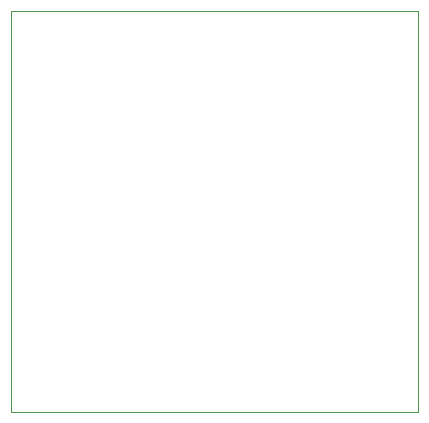
<source format=gm1>
G04 #@! TF.GenerationSoftware,KiCad,Pcbnew,(7.0.0-0)*
G04 #@! TF.CreationDate,2023-06-07T10:38:09+02:00*
G04 #@! TF.ProjectId,hru300 adapter pcn,68727533-3030-4206-9164-617074657220,rev?*
G04 #@! TF.SameCoordinates,Original*
G04 #@! TF.FileFunction,Profile,NP*
%FSLAX46Y46*%
G04 Gerber Fmt 4.6, Leading zero omitted, Abs format (unit mm)*
G04 Created by KiCad (PCBNEW (7.0.0-0)) date 2023-06-07 10:38:09*
%MOMM*%
%LPD*%
G01*
G04 APERTURE LIST*
G04 #@! TA.AperFunction,Profile*
%ADD10C,0.100000*%
G04 #@! TD*
G04 APERTURE END LIST*
D10*
X162000000Y-70840600D02*
X162000000Y-104840600D01*
X127500000Y-104840600D02*
X162000000Y-104840600D01*
X127500000Y-70840600D02*
X127500000Y-104840600D01*
X127500000Y-70840600D02*
X162000000Y-70840600D01*
M02*

</source>
